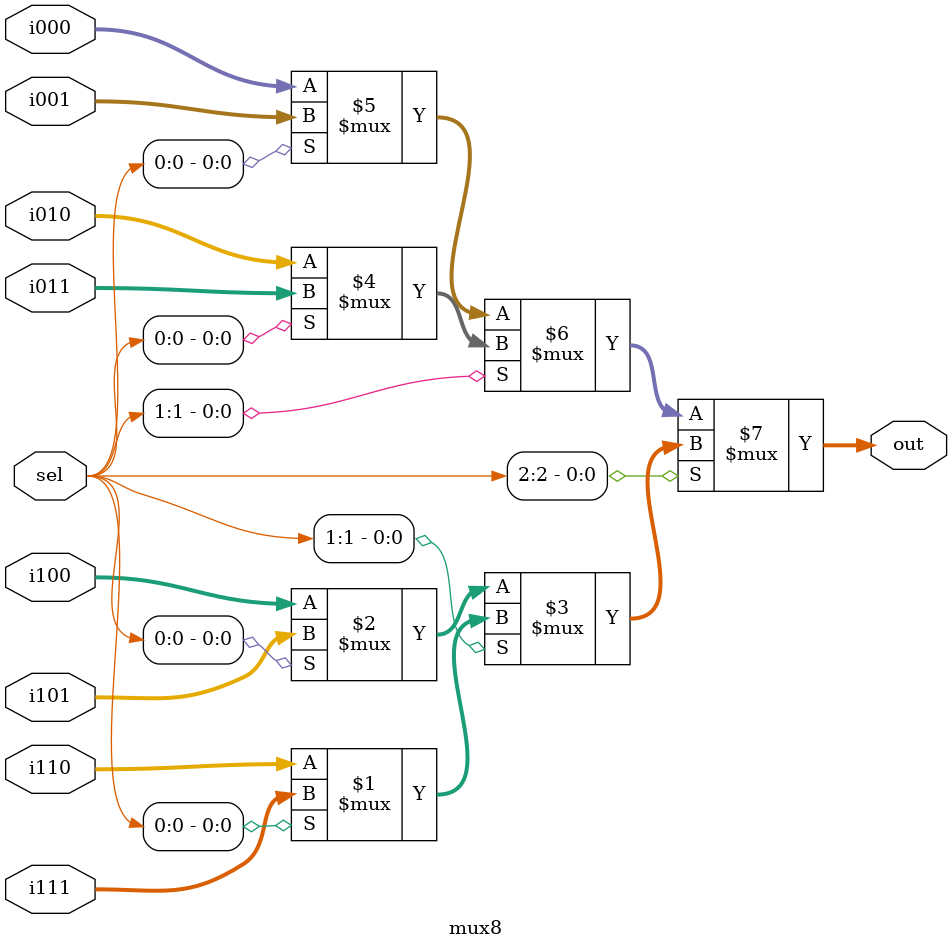
<source format=v>
module mux #(parameter WIDTH = 32) (i0, i1, sel,out);
  input [WIDTH - 1:0] i0,i1;
  input sel;
  output [WIDTH - 1:0] out;
  assign out = sel ? i1 : i0;
endmodule

// ±¾À´ÊÇ4Ñ¡1¸´ÓÃmuxµÄ£¬È»¶ø·¢ÉúÁËÆæ¹ÖµÄ´íÎó

module mux4 #(parameter WIDTH = 32) (
  i00, i01,
  i10, i11,
  sel,
  out
);
  input [WIDTH - 1:0] i00, i01, i10, i11;
  output [WIDTH - 1:0] out;
  input [1:0] sel;
  assign out = (sel[1]) ?
          ( (sel[0]) ? i11 : i10 ) :
          ( ((sel[0]) ? i01 : i00 ) );
endmodule

module mux8 #(parameter WIDTH = 32) (
  i000, i001, i010, i011,
  i100, i101, i110, i111,
  sel,
  out
);
  input [WIDTH - 1:0] i000, i001, i010, i011, i100, i101, i110, i111;
  output [WIDTH - 1:0] out;
  input [2:0] sel;
  assign out = (sel[2]) ?
          ( (sel[1]) ?
          ( (sel[0]) ? i111 : i110 ) :
          ( ((sel[0]) ? i101 : i100 ) ) ) 
              :
            ( (sel[1]) ?
          ( (sel[0]) ? i011 : i010 ) :
          ( ((sel[0]) ? i001 : i000 ) ) );
endmodule


/*module mux4 #(parameter WIDTH = 32) (
  i00, i01,
  i10, i11,
  sel,
  out
);
  input [WIDTH - 1:0] i00, i01, i10, i11;
  output [WIDTH - 1:0] out;
  input [1:0] sel;
  wire [WIDTH - 1:0] out0, out1;
  mux #(.WIDTH(WIDTH)) mux_lowpart0(
    .i0(i00), .i1(i01), .sel(sel[0]), .out(out0)
  );
  mux #(.WIDTH(WIDTH)) mux_lowpart1(
    .i0(i10), .i1(i11), .sel(sel[0]), .out(out1)
  );
  mux #(.WIDTH(WIDTH)) mux(
    .i0(out0), .i1(out1), .sel(sel[1]), .out(out)
  );
endmodule

module mux8 #(parameter WIDTH = 32) (
  i000, i001, i010, i011,
  i100, i101, i110, i111,
  sel, out
);
  input [WIDTH - 1:0] i000, i001, i010, i011, i100, i101, i110, i111;
  output [WIDTH - 1:0] out;
  input [2:0] sel;
  wire [WIDTH - 1:0] out0, out1;
  mux4 #(.WIDTH(WIDTH)) mux_lowpart0(
    .i00(i000), .i01(i001),
    .i10(i010), .i11(i011),
    .sel(sel[1:0]), .out(out0)
  );
  mux4 #(.WIDTH(WIDTH)) mux_lowpart1(
    .i00(i100), .i01(i101),
    .i10(i110), .i11(i111),
    .sel(sel[1:0]), .out(out0)
  );
  mux #(.WIDTH(WIDTH)) mux(
    .i0(out0), .i1(out1), .sel(sel[2]), .out(out)
  );
endmodule*/

</source>
